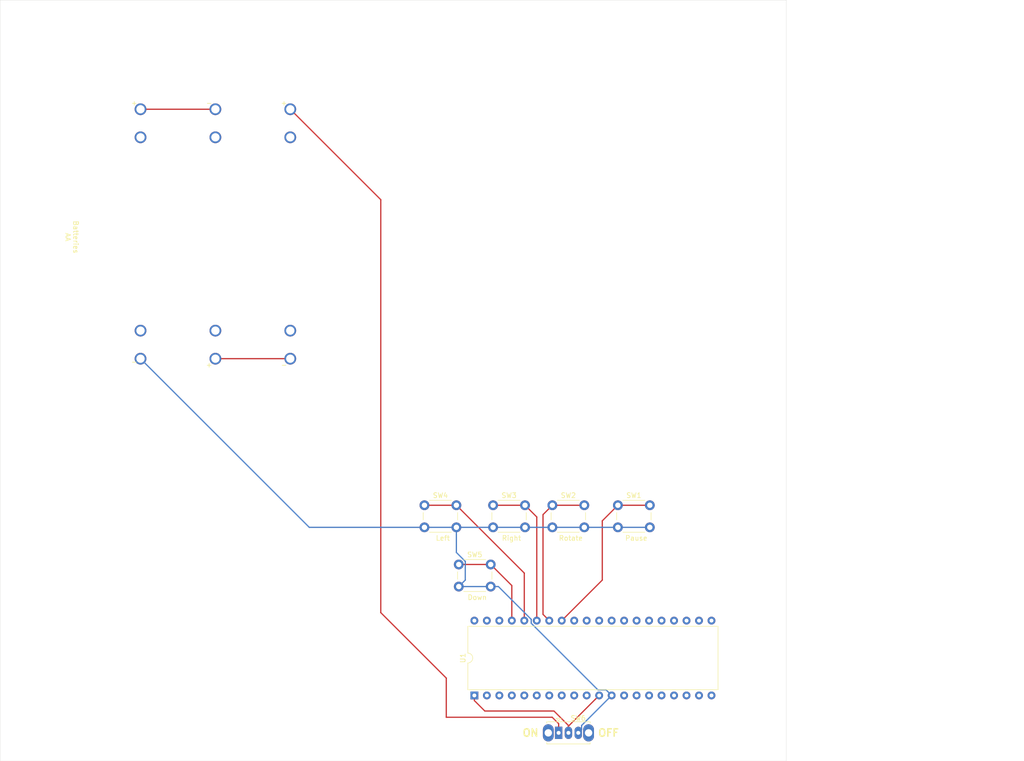
<source format=kicad_pcb>
(kicad_pcb (version 20171130) (host pcbnew 5.1.2-f72e74a~84~ubuntu18.04.1)

  (general
    (thickness 1.6)
    (drawings 24)
    (tracks 76)
    (zones 0)
    (modules 7)
    (nets 41)
  )

  (page A4)
  (layers
    (0 F.Cu signal)
    (31 B.Cu signal)
    (32 B.Adhes user)
    (33 F.Adhes user)
    (34 B.Paste user)
    (35 F.Paste user)
    (36 B.SilkS user)
    (37 F.SilkS user)
    (38 B.Mask user)
    (39 F.Mask user)
    (40 Dwgs.User user)
    (41 Cmts.User user)
    (42 Eco1.User user)
    (43 Eco2.User user)
    (44 Edge.Cuts user)
    (45 Margin user)
    (46 B.CrtYd user)
    (47 F.CrtYd user)
    (48 B.Fab user)
    (49 F.Fab user)
  )

  (setup
    (last_trace_width 0.25)
    (trace_clearance 0.2)
    (zone_clearance 0.508)
    (zone_45_only no)
    (trace_min 0.2)
    (via_size 0.8)
    (via_drill 0.4)
    (via_min_size 0.4)
    (via_min_drill 0.3)
    (uvia_size 0.3)
    (uvia_drill 0.1)
    (uvias_allowed no)
    (uvia_min_size 0.2)
    (uvia_min_drill 0.1)
    (edge_width 0.05)
    (segment_width 0.2)
    (pcb_text_width 0.3)
    (pcb_text_size 1.5 1.5)
    (mod_edge_width 0.12)
    (mod_text_size 1 1)
    (mod_text_width 0.15)
    (pad_size 1.524 1.524)
    (pad_drill 0.762)
    (pad_to_mask_clearance 0.051)
    (solder_mask_min_width 0.25)
    (aux_axis_origin 0 0)
    (grid_origin 66.675 74.295)
    (visible_elements FFFFFF7F)
    (pcbplotparams
      (layerselection 0x010fc_ffffffff)
      (usegerberextensions false)
      (usegerberattributes false)
      (usegerberadvancedattributes false)
      (creategerberjobfile false)
      (excludeedgelayer true)
      (linewidth 0.100000)
      (plotframeref false)
      (viasonmask false)
      (mode 1)
      (useauxorigin false)
      (hpglpennumber 1)
      (hpglpenspeed 20)
      (hpglpendiameter 15.000000)
      (psnegative false)
      (psa4output false)
      (plotreference true)
      (plotvalue true)
      (plotinvisibletext false)
      (padsonsilk false)
      (subtractmaskfromsilk false)
      (outputformat 1)
      (mirror false)
      (drillshape 1)
      (scaleselection 1)
      (outputdirectory ""))
  )

  (net 0 "")
  (net 1 "Net-(SW1-Pad1)")
  (net 2 "Net-(SW2-Pad1)")
  (net 3 "Net-(SW3-Pad1)")
  (net 4 "Net-(SW4-Pad1)")
  (net 5 "Net-(SW5-Pad1)")
  (net 6 GND)
  (net 7 "Net-(SW6-Pad2)")
  (net 8 VCC)
  (net 9 "Net-(U1-Pad40)")
  (net 10 /nRST)
  (net 11 "Net-(U1-Pad39)")
  (net 12 /E)
  (net 13 "Net-(U1-Pad38)")
  (net 14 /RnW)
  (net 15 /DnI)
  (net 16 /nCS1)
  (net 17 /nCS2)
  (net 18 /DB6)
  (net 19 /DB7)
  (net 20 "Net-(U1-Pad32)")
  (net 21 "Net-(U1-Pad31)")
  (net 22 "Net-(U1-Pad30)")
  (net 23 "Net-(U1-Pad10)")
  (net 24 "Net-(U1-Pad29)")
  (net 25 "Net-(U1-Pad9)")
  (net 26 "Net-(U1-Pad28)")
  (net 27 "Net-(U1-Pad8)")
  (net 28 "Net-(U1-Pad27)")
  (net 29 /DB5)
  (net 30 "Net-(U1-Pad26)")
  (net 31 /DB4)
  (net 32 "Net-(U1-Pad25)")
  (net 33 /DB3)
  (net 34 "Net-(U1-Pad24)")
  (net 35 /DB2)
  (net 36 "Net-(U1-Pad23)")
  (net 37 /DB1)
  (net 38 "Net-(U1-Pad22)")
  (net 39 /DB0)
  (net 40 "Net-(U1-Pad21)")

  (net_class Default "This is the default net class."
    (clearance 0.2)
    (trace_width 0.25)
    (via_dia 0.8)
    (via_drill 0.4)
    (uvia_dia 0.3)
    (uvia_drill 0.1)
    (add_net /DB0)
    (add_net /DB1)
    (add_net /DB2)
    (add_net /DB3)
    (add_net /DB4)
    (add_net /DB5)
    (add_net /DB6)
    (add_net /DB7)
    (add_net /DnI)
    (add_net /E)
    (add_net /RnW)
    (add_net /nCS1)
    (add_net /nCS2)
    (add_net /nRST)
    (add_net GND)
    (add_net "Net-(SW1-Pad1)")
    (add_net "Net-(SW2-Pad1)")
    (add_net "Net-(SW3-Pad1)")
    (add_net "Net-(SW4-Pad1)")
    (add_net "Net-(SW5-Pad1)")
    (add_net "Net-(SW6-Pad2)")
    (add_net "Net-(U1-Pad10)")
    (add_net "Net-(U1-Pad21)")
    (add_net "Net-(U1-Pad22)")
    (add_net "Net-(U1-Pad23)")
    (add_net "Net-(U1-Pad24)")
    (add_net "Net-(U1-Pad25)")
    (add_net "Net-(U1-Pad26)")
    (add_net "Net-(U1-Pad27)")
    (add_net "Net-(U1-Pad28)")
    (add_net "Net-(U1-Pad29)")
    (add_net "Net-(U1-Pad30)")
    (add_net "Net-(U1-Pad31)")
    (add_net "Net-(U1-Pad32)")
    (add_net "Net-(U1-Pad38)")
    (add_net "Net-(U1-Pad39)")
    (add_net "Net-(U1-Pad40)")
    (add_net "Net-(U1-Pad8)")
    (add_net "Net-(U1-Pad9)")
    (add_net VCC)
  )

  (module Package_DIP:DIP-40_W15.24mm (layer F.Cu) (tedit 5A02E8C5) (tstamp 5CD5315D)
    (at 116.84 167.005 90)
    (descr "40-lead though-hole mounted DIP package, row spacing 15.24 mm (600 mils)")
    (tags "THT DIP DIL PDIP 2.54mm 15.24mm 600mil")
    (path /5CCC1C25)
    (fp_text reference U1 (at 7.62 -2.33 90) (layer F.SilkS)
      (effects (font (size 1 1) (thickness 0.15)))
    )
    (fp_text value PIC16F884 (at 7.62 50.59 90) (layer F.Fab)
      (effects (font (size 1 1) (thickness 0.15)))
    )
    (fp_text user %R (at 7.62 24.13 90) (layer F.Fab)
      (effects (font (size 1 1) (thickness 0.15)))
    )
    (fp_line (start 16.3 -1.55) (end -1.05 -1.55) (layer F.CrtYd) (width 0.05))
    (fp_line (start 16.3 49.8) (end 16.3 -1.55) (layer F.CrtYd) (width 0.05))
    (fp_line (start -1.05 49.8) (end 16.3 49.8) (layer F.CrtYd) (width 0.05))
    (fp_line (start -1.05 -1.55) (end -1.05 49.8) (layer F.CrtYd) (width 0.05))
    (fp_line (start 14.08 -1.33) (end 8.62 -1.33) (layer F.SilkS) (width 0.12))
    (fp_line (start 14.08 49.59) (end 14.08 -1.33) (layer F.SilkS) (width 0.12))
    (fp_line (start 1.16 49.59) (end 14.08 49.59) (layer F.SilkS) (width 0.12))
    (fp_line (start 1.16 -1.33) (end 1.16 49.59) (layer F.SilkS) (width 0.12))
    (fp_line (start 6.62 -1.33) (end 1.16 -1.33) (layer F.SilkS) (width 0.12))
    (fp_line (start 0.255 -0.27) (end 1.255 -1.27) (layer F.Fab) (width 0.1))
    (fp_line (start 0.255 49.53) (end 0.255 -0.27) (layer F.Fab) (width 0.1))
    (fp_line (start 14.985 49.53) (end 0.255 49.53) (layer F.Fab) (width 0.1))
    (fp_line (start 14.985 -1.27) (end 14.985 49.53) (layer F.Fab) (width 0.1))
    (fp_line (start 1.255 -1.27) (end 14.985 -1.27) (layer F.Fab) (width 0.1))
    (fp_arc (start 7.62 -1.33) (end 6.62 -1.33) (angle -180) (layer F.SilkS) (width 0.12))
    (pad 40 thru_hole oval (at 15.24 0 90) (size 1.6 1.6) (drill 0.8) (layers *.Cu *.Mask)
      (net 9 "Net-(U1-Pad40)"))
    (pad 20 thru_hole oval (at 0 48.26 90) (size 1.6 1.6) (drill 0.8) (layers *.Cu *.Mask)
      (net 10 /nRST))
    (pad 39 thru_hole oval (at 15.24 2.54 90) (size 1.6 1.6) (drill 0.8) (layers *.Cu *.Mask)
      (net 11 "Net-(U1-Pad39)"))
    (pad 19 thru_hole oval (at 0 45.72 90) (size 1.6 1.6) (drill 0.8) (layers *.Cu *.Mask)
      (net 12 /E))
    (pad 38 thru_hole oval (at 15.24 5.08 90) (size 1.6 1.6) (drill 0.8) (layers *.Cu *.Mask)
      (net 13 "Net-(U1-Pad38)"))
    (pad 18 thru_hole oval (at 0 43.18 90) (size 1.6 1.6) (drill 0.8) (layers *.Cu *.Mask)
      (net 14 /RnW))
    (pad 37 thru_hole oval (at 15.24 7.62 90) (size 1.6 1.6) (drill 0.8) (layers *.Cu *.Mask)
      (net 5 "Net-(SW5-Pad1)"))
    (pad 17 thru_hole oval (at 0 40.64 90) (size 1.6 1.6) (drill 0.8) (layers *.Cu *.Mask)
      (net 15 /DnI))
    (pad 36 thru_hole oval (at 15.24 10.16 90) (size 1.6 1.6) (drill 0.8) (layers *.Cu *.Mask)
      (net 4 "Net-(SW4-Pad1)"))
    (pad 16 thru_hole oval (at 0 38.1 90) (size 1.6 1.6) (drill 0.8) (layers *.Cu *.Mask)
      (net 16 /nCS1))
    (pad 35 thru_hole oval (at 15.24 12.7 90) (size 1.6 1.6) (drill 0.8) (layers *.Cu *.Mask)
      (net 3 "Net-(SW3-Pad1)"))
    (pad 15 thru_hole oval (at 0 35.56 90) (size 1.6 1.6) (drill 0.8) (layers *.Cu *.Mask)
      (net 17 /nCS2))
    (pad 34 thru_hole oval (at 15.24 15.24 90) (size 1.6 1.6) (drill 0.8) (layers *.Cu *.Mask)
      (net 2 "Net-(SW2-Pad1)"))
    (pad 14 thru_hole oval (at 0 33.02 90) (size 1.6 1.6) (drill 0.8) (layers *.Cu *.Mask)
      (net 18 /DB6))
    (pad 33 thru_hole oval (at 15.24 17.78 90) (size 1.6 1.6) (drill 0.8) (layers *.Cu *.Mask)
      (net 1 "Net-(SW1-Pad1)"))
    (pad 13 thru_hole oval (at 0 30.48 90) (size 1.6 1.6) (drill 0.8) (layers *.Cu *.Mask)
      (net 19 /DB7))
    (pad 32 thru_hole oval (at 15.24 20.32 90) (size 1.6 1.6) (drill 0.8) (layers *.Cu *.Mask)
      (net 20 "Net-(U1-Pad32)"))
    (pad 12 thru_hole oval (at 0 27.94 90) (size 1.6 1.6) (drill 0.8) (layers *.Cu *.Mask)
      (net 6 GND))
    (pad 31 thru_hole oval (at 15.24 22.86 90) (size 1.6 1.6) (drill 0.8) (layers *.Cu *.Mask)
      (net 21 "Net-(U1-Pad31)"))
    (pad 11 thru_hole oval (at 0 25.4 90) (size 1.6 1.6) (drill 0.8) (layers *.Cu *.Mask)
      (net 7 "Net-(SW6-Pad2)"))
    (pad 30 thru_hole oval (at 15.24 25.4 90) (size 1.6 1.6) (drill 0.8) (layers *.Cu *.Mask)
      (net 22 "Net-(U1-Pad30)"))
    (pad 10 thru_hole oval (at 0 22.86 90) (size 1.6 1.6) (drill 0.8) (layers *.Cu *.Mask)
      (net 23 "Net-(U1-Pad10)"))
    (pad 29 thru_hole oval (at 15.24 27.94 90) (size 1.6 1.6) (drill 0.8) (layers *.Cu *.Mask)
      (net 24 "Net-(U1-Pad29)"))
    (pad 9 thru_hole oval (at 0 20.32 90) (size 1.6 1.6) (drill 0.8) (layers *.Cu *.Mask)
      (net 25 "Net-(U1-Pad9)"))
    (pad 28 thru_hole oval (at 15.24 30.48 90) (size 1.6 1.6) (drill 0.8) (layers *.Cu *.Mask)
      (net 26 "Net-(U1-Pad28)"))
    (pad 8 thru_hole oval (at 0 17.78 90) (size 1.6 1.6) (drill 0.8) (layers *.Cu *.Mask)
      (net 27 "Net-(U1-Pad8)"))
    (pad 27 thru_hole oval (at 15.24 33.02 90) (size 1.6 1.6) (drill 0.8) (layers *.Cu *.Mask)
      (net 28 "Net-(U1-Pad27)"))
    (pad 7 thru_hole oval (at 0 15.24 90) (size 1.6 1.6) (drill 0.8) (layers *.Cu *.Mask)
      (net 29 /DB5))
    (pad 26 thru_hole oval (at 15.24 35.56 90) (size 1.6 1.6) (drill 0.8) (layers *.Cu *.Mask)
      (net 30 "Net-(U1-Pad26)"))
    (pad 6 thru_hole oval (at 0 12.7 90) (size 1.6 1.6) (drill 0.8) (layers *.Cu *.Mask)
      (net 31 /DB4))
    (pad 25 thru_hole oval (at 15.24 38.1 90) (size 1.6 1.6) (drill 0.8) (layers *.Cu *.Mask)
      (net 32 "Net-(U1-Pad25)"))
    (pad 5 thru_hole oval (at 0 10.16 90) (size 1.6 1.6) (drill 0.8) (layers *.Cu *.Mask)
      (net 33 /DB3))
    (pad 24 thru_hole oval (at 15.24 40.64 90) (size 1.6 1.6) (drill 0.8) (layers *.Cu *.Mask)
      (net 34 "Net-(U1-Pad24)"))
    (pad 4 thru_hole oval (at 0 7.62 90) (size 1.6 1.6) (drill 0.8) (layers *.Cu *.Mask)
      (net 35 /DB2))
    (pad 23 thru_hole oval (at 15.24 43.18 90) (size 1.6 1.6) (drill 0.8) (layers *.Cu *.Mask)
      (net 36 "Net-(U1-Pad23)"))
    (pad 3 thru_hole oval (at 0 5.08 90) (size 1.6 1.6) (drill 0.8) (layers *.Cu *.Mask)
      (net 37 /DB1))
    (pad 22 thru_hole oval (at 15.24 45.72 90) (size 1.6 1.6) (drill 0.8) (layers *.Cu *.Mask)
      (net 38 "Net-(U1-Pad22)"))
    (pad 2 thru_hole oval (at 0 2.54 90) (size 1.6 1.6) (drill 0.8) (layers *.Cu *.Mask)
      (net 39 /DB0))
    (pad 21 thru_hole oval (at 15.24 48.26 90) (size 1.6 1.6) (drill 0.8) (layers *.Cu *.Mask)
      (net 40 "Net-(U1-Pad21)"))
    (pad 1 thru_hole rect (at 0 0 90) (size 1.6 1.6) (drill 0.8) (layers *.Cu *.Mask)
      (net 7 "Net-(SW6-Pad2)"))
    (model ${KISYS3DMOD}/Package_DIP.3dshapes/DIP-40_W15.24mm.wrl
      (at (xyz 0 0 0))
      (scale (xyz 1 1 1))
      (rotate (xyz 0 0 0))
    )
  )

  (module Button_Switch_THT:SW_Slide_1P2T_CK_OS102011MS2Q (layer F.Cu) (tedit 5C5044D5) (tstamp 5CD53121)
    (at 133.985 174.625)
    (descr "CuK miniature slide switch, OS series, SPDT, https://www.ckswitches.com/media/1428/os.pdf")
    (tags "switch SPDT")
    (path /5CDEE1B6)
    (fp_text reference SW6 (at 3.99 -2.99) (layer F.SilkS)
      (effects (font (size 1 1) (thickness 0.15)))
    )
    (fp_text value Power_sw (at 2 3) (layer F.Fab)
      (effects (font (size 1 1) (thickness 0.15)))
    )
    (fp_line (start 0.5 -2.96) (end -0.5 -2.96) (layer F.SilkS) (width 0.12))
    (fp_line (start 0 -2.46) (end 0.5 -2.96) (layer F.SilkS) (width 0.12))
    (fp_line (start -0.5 -2.96) (end 0 -2.46) (layer F.SilkS) (width 0.12))
    (fp_line (start 0 -1.65) (end 0.5 -2.15) (layer F.Fab) (width 0.1))
    (fp_line (start -0.5 -2.15) (end 0 -1.65) (layer F.Fab) (width 0.1))
    (fp_line (start -3.45 2.4) (end -3.45 -2.4) (layer B.CrtYd) (width 0.05))
    (fp_line (start 7.45 2.4) (end -3.45 2.4) (layer B.CrtYd) (width 0.05))
    (fp_line (start 7.45 -2.4) (end 7.45 2.4) (layer B.CrtYd) (width 0.05))
    (fp_line (start -3.45 -2.4) (end 7.45 -2.4) (layer B.CrtYd) (width 0.05))
    (fp_text user %R (at 3.99 -2.99) (layer F.Fab)
      (effects (font (size 1 1) (thickness 0.15)))
    )
    (fp_line (start 6.41 2.26) (end 6.41 1.95) (layer F.SilkS) (width 0.12))
    (fp_line (start -2.41 2.26) (end -2.41 1.95) (layer F.SilkS) (width 0.12))
    (fp_line (start -2.41 -1.95) (end -2.41 -2.26) (layer F.SilkS) (width 0.12))
    (fp_line (start 6.41 2.26) (end -2.41 2.26) (layer F.SilkS) (width 0.12))
    (fp_line (start 6.41 -2.26) (end 6.41 -1.95) (layer F.SilkS) (width 0.12))
    (fp_line (start -2.41 -2.26) (end 6.41 -2.26) (layer F.SilkS) (width 0.12))
    (fp_line (start -2.3 -2.15) (end -0.5 -2.15) (layer F.Fab) (width 0.1))
    (fp_line (start 2 -1) (end 2 1) (layer F.Fab) (width 0.1))
    (fp_line (start 1.34 -1) (end 1.34 1) (layer F.Fab) (width 0.1))
    (fp_line (start 0.66 -1) (end 0.66 1) (layer F.Fab) (width 0.1))
    (fp_line (start 0 -1) (end 0 1) (layer F.Fab) (width 0.1))
    (fp_line (start 0 1) (end 4 1) (layer F.Fab) (width 0.1))
    (fp_line (start 4 -1) (end 4 1) (layer F.Fab) (width 0.1))
    (fp_line (start 0 -1) (end 4 -1) (layer F.Fab) (width 0.1))
    (fp_line (start -2.3 2.15) (end -2.3 -2.15) (layer F.Fab) (width 0.1))
    (fp_line (start 6.3 2.15) (end -2.3 2.15) (layer F.Fab) (width 0.1))
    (fp_line (start 6.3 -2.15) (end 6.3 2.15) (layer F.Fab) (width 0.1))
    (fp_line (start 0.5 -2.15) (end 6.3 -2.15) (layer F.Fab) (width 0.1))
    (pad "" thru_hole oval (at 6.1 0) (size 2.2 3.5) (drill 1.5) (layers *.Cu *.Mask))
    (pad "" thru_hole oval (at -2.1 0) (size 2.2 3.5) (drill 1.5) (layers *.Cu *.Mask))
    (pad 3 thru_hole oval (at 4 0) (size 1.5 2.5) (drill 0.8) (layers *.Cu *.Mask)
      (net 6 GND))
    (pad 2 thru_hole oval (at 2 0) (size 1.5 2.5) (drill 0.8) (layers *.Cu *.Mask)
      (net 7 "Net-(SW6-Pad2)"))
    (pad 1 thru_hole rect (at 0 0) (size 1.5 2.5) (drill 0.8) (layers *.Cu *.Mask)
      (net 8 VCC))
    (model ${KISYS3DMOD}/Button_Switch_THT.3dshapes/SW_Slide_1P2T_CK_OS102011MS2Q.wrl
      (at (xyz 0 0 0))
      (scale (xyz 1 1 1))
      (rotate (xyz 0 0 0))
    )
  )

  (module Button_Switch_THT:SW_PUSH_6mm (layer F.Cu) (tedit 5A02FE31) (tstamp 5CD530FC)
    (at 113.665 140.335)
    (descr https://www.omron.com/ecb/products/pdf/en-b3f.pdf)
    (tags "tact sw push 6mm")
    (path /5CDF245B)
    (fp_text reference SW5 (at 3.25 -2) (layer F.SilkS)
      (effects (font (size 1 1) (thickness 0.15)))
    )
    (fp_text value Down (at 3.75 6.7) (layer F.SilkS)
      (effects (font (size 1 1) (thickness 0.15)))
    )
    (fp_circle (center 3.25 2.25) (end 1.25 2.5) (layer F.Fab) (width 0.1))
    (fp_line (start 6.75 3) (end 6.75 1.5) (layer F.SilkS) (width 0.12))
    (fp_line (start 5.5 -1) (end 1 -1) (layer F.SilkS) (width 0.12))
    (fp_line (start -0.25 1.5) (end -0.25 3) (layer F.SilkS) (width 0.12))
    (fp_line (start 1 5.5) (end 5.5 5.5) (layer F.SilkS) (width 0.12))
    (fp_line (start 8 -1.25) (end 8 5.75) (layer F.CrtYd) (width 0.05))
    (fp_line (start 7.75 6) (end -1.25 6) (layer F.CrtYd) (width 0.05))
    (fp_line (start -1.5 5.75) (end -1.5 -1.25) (layer F.CrtYd) (width 0.05))
    (fp_line (start -1.25 -1.5) (end 7.75 -1.5) (layer F.CrtYd) (width 0.05))
    (fp_line (start -1.5 6) (end -1.25 6) (layer F.CrtYd) (width 0.05))
    (fp_line (start -1.5 5.75) (end -1.5 6) (layer F.CrtYd) (width 0.05))
    (fp_line (start -1.5 -1.5) (end -1.25 -1.5) (layer F.CrtYd) (width 0.05))
    (fp_line (start -1.5 -1.25) (end -1.5 -1.5) (layer F.CrtYd) (width 0.05))
    (fp_line (start 8 -1.5) (end 8 -1.25) (layer F.CrtYd) (width 0.05))
    (fp_line (start 7.75 -1.5) (end 8 -1.5) (layer F.CrtYd) (width 0.05))
    (fp_line (start 8 6) (end 8 5.75) (layer F.CrtYd) (width 0.05))
    (fp_line (start 7.75 6) (end 8 6) (layer F.CrtYd) (width 0.05))
    (fp_line (start 0.25 -0.75) (end 3.25 -0.75) (layer F.Fab) (width 0.1))
    (fp_line (start 0.25 5.25) (end 0.25 -0.75) (layer F.Fab) (width 0.1))
    (fp_line (start 6.25 5.25) (end 0.25 5.25) (layer F.Fab) (width 0.1))
    (fp_line (start 6.25 -0.75) (end 6.25 5.25) (layer F.Fab) (width 0.1))
    (fp_line (start 3.25 -0.75) (end 6.25 -0.75) (layer F.Fab) (width 0.1))
    (fp_text user %R (at 3.25 2.25) (layer F.Fab)
      (effects (font (size 1 1) (thickness 0.15)))
    )
    (pad 1 thru_hole circle (at 6.5 0 90) (size 2 2) (drill 1.1) (layers *.Cu *.Mask)
      (net 5 "Net-(SW5-Pad1)"))
    (pad 2 thru_hole circle (at 6.5 4.5 90) (size 2 2) (drill 1.1) (layers *.Cu *.Mask)
      (net 6 GND))
    (pad 1 thru_hole circle (at 0 0 90) (size 2 2) (drill 1.1) (layers *.Cu *.Mask)
      (net 5 "Net-(SW5-Pad1)"))
    (pad 2 thru_hole circle (at 0 4.5 90) (size 2 2) (drill 1.1) (layers *.Cu *.Mask)
      (net 6 GND))
    (model ${KISYS3DMOD}/Button_Switch_THT.3dshapes/SW_PUSH_6mm.wrl
      (at (xyz 0 0 0))
      (scale (xyz 1 1 1))
      (rotate (xyz 0 0 0))
    )
  )

  (module Button_Switch_THT:SW_PUSH_6mm (layer F.Cu) (tedit 5A02FE31) (tstamp 5CD5410D)
    (at 106.68 128.27)
    (descr https://www.omron.com/ecb/products/pdf/en-b3f.pdf)
    (tags "tact sw push 6mm")
    (path /5CDF91D7)
    (fp_text reference SW4 (at 3.25 -2) (layer F.SilkS)
      (effects (font (size 1 1) (thickness 0.15)))
    )
    (fp_text value Left (at 3.75 6.7) (layer F.SilkS)
      (effects (font (size 1 1) (thickness 0.15)))
    )
    (fp_circle (center 3.25 2.25) (end 1.25 2.5) (layer F.Fab) (width 0.1))
    (fp_line (start 6.75 3) (end 6.75 1.5) (layer F.SilkS) (width 0.12))
    (fp_line (start 5.5 -1) (end 1 -1) (layer F.SilkS) (width 0.12))
    (fp_line (start -0.25 1.5) (end -0.25 3) (layer F.SilkS) (width 0.12))
    (fp_line (start 1 5.5) (end 5.5 5.5) (layer F.SilkS) (width 0.12))
    (fp_line (start 8 -1.25) (end 8 5.75) (layer F.CrtYd) (width 0.05))
    (fp_line (start 7.75 6) (end -1.25 6) (layer F.CrtYd) (width 0.05))
    (fp_line (start -1.5 5.75) (end -1.5 -1.25) (layer F.CrtYd) (width 0.05))
    (fp_line (start -1.25 -1.5) (end 7.75 -1.5) (layer F.CrtYd) (width 0.05))
    (fp_line (start -1.5 6) (end -1.25 6) (layer F.CrtYd) (width 0.05))
    (fp_line (start -1.5 5.75) (end -1.5 6) (layer F.CrtYd) (width 0.05))
    (fp_line (start -1.5 -1.5) (end -1.25 -1.5) (layer F.CrtYd) (width 0.05))
    (fp_line (start -1.5 -1.25) (end -1.5 -1.5) (layer F.CrtYd) (width 0.05))
    (fp_line (start 8 -1.5) (end 8 -1.25) (layer F.CrtYd) (width 0.05))
    (fp_line (start 7.75 -1.5) (end 8 -1.5) (layer F.CrtYd) (width 0.05))
    (fp_line (start 8 6) (end 8 5.75) (layer F.CrtYd) (width 0.05))
    (fp_line (start 7.75 6) (end 8 6) (layer F.CrtYd) (width 0.05))
    (fp_line (start 0.25 -0.75) (end 3.25 -0.75) (layer F.Fab) (width 0.1))
    (fp_line (start 0.25 5.25) (end 0.25 -0.75) (layer F.Fab) (width 0.1))
    (fp_line (start 6.25 5.25) (end 0.25 5.25) (layer F.Fab) (width 0.1))
    (fp_line (start 6.25 -0.75) (end 6.25 5.25) (layer F.Fab) (width 0.1))
    (fp_line (start 3.25 -0.75) (end 6.25 -0.75) (layer F.Fab) (width 0.1))
    (fp_text user %R (at 3.25 2.25) (layer F.Fab)
      (effects (font (size 1 1) (thickness 0.15)))
    )
    (pad 1 thru_hole circle (at 6.5 0 90) (size 2 2) (drill 1.1) (layers *.Cu *.Mask)
      (net 4 "Net-(SW4-Pad1)"))
    (pad 2 thru_hole circle (at 6.5 4.5 90) (size 2 2) (drill 1.1) (layers *.Cu *.Mask)
      (net 6 GND))
    (pad 1 thru_hole circle (at 0 0 90) (size 2 2) (drill 1.1) (layers *.Cu *.Mask)
      (net 4 "Net-(SW4-Pad1)"))
    (pad 2 thru_hole circle (at 0 4.5 90) (size 2 2) (drill 1.1) (layers *.Cu *.Mask)
      (net 6 GND))
    (model ${KISYS3DMOD}/Button_Switch_THT.3dshapes/SW_PUSH_6mm.wrl
      (at (xyz 0 0 0))
      (scale (xyz 1 1 1))
      (rotate (xyz 0 0 0))
    )
  )

  (module Button_Switch_THT:SW_PUSH_6mm (layer F.Cu) (tedit 5A02FE31) (tstamp 5CD530BE)
    (at 120.65 128.27)
    (descr https://www.omron.com/ecb/products/pdf/en-b3f.pdf)
    (tags "tact sw push 6mm")
    (path /5CDF714F)
    (fp_text reference SW3 (at 3.25 -2) (layer F.SilkS)
      (effects (font (size 1 1) (thickness 0.15)))
    )
    (fp_text value Right (at 3.75 6.7) (layer F.SilkS)
      (effects (font (size 1 1) (thickness 0.15)))
    )
    (fp_circle (center 3.25 2.25) (end 1.25 2.5) (layer F.Fab) (width 0.1))
    (fp_line (start 6.75 3) (end 6.75 1.5) (layer F.SilkS) (width 0.12))
    (fp_line (start 5.5 -1) (end 1 -1) (layer F.SilkS) (width 0.12))
    (fp_line (start -0.25 1.5) (end -0.25 3) (layer F.SilkS) (width 0.12))
    (fp_line (start 1 5.5) (end 5.5 5.5) (layer F.SilkS) (width 0.12))
    (fp_line (start 8 -1.25) (end 8 5.75) (layer F.CrtYd) (width 0.05))
    (fp_line (start 7.75 6) (end -1.25 6) (layer F.CrtYd) (width 0.05))
    (fp_line (start -1.5 5.75) (end -1.5 -1.25) (layer F.CrtYd) (width 0.05))
    (fp_line (start -1.25 -1.5) (end 7.75 -1.5) (layer F.CrtYd) (width 0.05))
    (fp_line (start -1.5 6) (end -1.25 6) (layer F.CrtYd) (width 0.05))
    (fp_line (start -1.5 5.75) (end -1.5 6) (layer F.CrtYd) (width 0.05))
    (fp_line (start -1.5 -1.5) (end -1.25 -1.5) (layer F.CrtYd) (width 0.05))
    (fp_line (start -1.5 -1.25) (end -1.5 -1.5) (layer F.CrtYd) (width 0.05))
    (fp_line (start 8 -1.5) (end 8 -1.25) (layer F.CrtYd) (width 0.05))
    (fp_line (start 7.75 -1.5) (end 8 -1.5) (layer F.CrtYd) (width 0.05))
    (fp_line (start 8 6) (end 8 5.75) (layer F.CrtYd) (width 0.05))
    (fp_line (start 7.75 6) (end 8 6) (layer F.CrtYd) (width 0.05))
    (fp_line (start 0.25 -0.75) (end 3.25 -0.75) (layer F.Fab) (width 0.1))
    (fp_line (start 0.25 5.25) (end 0.25 -0.75) (layer F.Fab) (width 0.1))
    (fp_line (start 6.25 5.25) (end 0.25 5.25) (layer F.Fab) (width 0.1))
    (fp_line (start 6.25 -0.75) (end 6.25 5.25) (layer F.Fab) (width 0.1))
    (fp_line (start 3.25 -0.75) (end 6.25 -0.75) (layer F.Fab) (width 0.1))
    (fp_text user %R (at 3.25 2.25) (layer F.Fab)
      (effects (font (size 1 1) (thickness 0.15)))
    )
    (pad 1 thru_hole circle (at 6.5 0 90) (size 2 2) (drill 1.1) (layers *.Cu *.Mask)
      (net 3 "Net-(SW3-Pad1)"))
    (pad 2 thru_hole circle (at 6.5 4.5 90) (size 2 2) (drill 1.1) (layers *.Cu *.Mask)
      (net 6 GND))
    (pad 1 thru_hole circle (at 0 0 90) (size 2 2) (drill 1.1) (layers *.Cu *.Mask)
      (net 3 "Net-(SW3-Pad1)"))
    (pad 2 thru_hole circle (at 0 4.5 90) (size 2 2) (drill 1.1) (layers *.Cu *.Mask)
      (net 6 GND))
    (model ${KISYS3DMOD}/Button_Switch_THT.3dshapes/SW_PUSH_6mm.wrl
      (at (xyz 0 0 0))
      (scale (xyz 1 1 1))
      (rotate (xyz 0 0 0))
    )
  )

  (module Button_Switch_THT:SW_PUSH_6mm (layer F.Cu) (tedit 5A02FE31) (tstamp 5CD5309F)
    (at 132.715 128.27)
    (descr https://www.omron.com/ecb/products/pdf/en-b3f.pdf)
    (tags "tact sw push 6mm")
    (path /5CDF2BCA)
    (fp_text reference SW2 (at 3.25 -2) (layer F.SilkS)
      (effects (font (size 1 1) (thickness 0.15)))
    )
    (fp_text value Rotate (at 3.75 6.7) (layer F.SilkS)
      (effects (font (size 1 1) (thickness 0.15)))
    )
    (fp_circle (center 3.25 2.25) (end 1.25 2.5) (layer F.Fab) (width 0.1))
    (fp_line (start 6.75 3) (end 6.75 1.5) (layer F.SilkS) (width 0.12))
    (fp_line (start 5.5 -1) (end 1 -1) (layer F.SilkS) (width 0.12))
    (fp_line (start -0.25 1.5) (end -0.25 3) (layer F.SilkS) (width 0.12))
    (fp_line (start 1 5.5) (end 5.5 5.5) (layer F.SilkS) (width 0.12))
    (fp_line (start 8 -1.25) (end 8 5.75) (layer F.CrtYd) (width 0.05))
    (fp_line (start 7.75 6) (end -1.25 6) (layer F.CrtYd) (width 0.05))
    (fp_line (start -1.5 5.75) (end -1.5 -1.25) (layer F.CrtYd) (width 0.05))
    (fp_line (start -1.25 -1.5) (end 7.75 -1.5) (layer F.CrtYd) (width 0.05))
    (fp_line (start -1.5 6) (end -1.25 6) (layer F.CrtYd) (width 0.05))
    (fp_line (start -1.5 5.75) (end -1.5 6) (layer F.CrtYd) (width 0.05))
    (fp_line (start -1.5 -1.5) (end -1.25 -1.5) (layer F.CrtYd) (width 0.05))
    (fp_line (start -1.5 -1.25) (end -1.5 -1.5) (layer F.CrtYd) (width 0.05))
    (fp_line (start 8 -1.5) (end 8 -1.25) (layer F.CrtYd) (width 0.05))
    (fp_line (start 7.75 -1.5) (end 8 -1.5) (layer F.CrtYd) (width 0.05))
    (fp_line (start 8 6) (end 8 5.75) (layer F.CrtYd) (width 0.05))
    (fp_line (start 7.75 6) (end 8 6) (layer F.CrtYd) (width 0.05))
    (fp_line (start 0.25 -0.75) (end 3.25 -0.75) (layer F.Fab) (width 0.1))
    (fp_line (start 0.25 5.25) (end 0.25 -0.75) (layer F.Fab) (width 0.1))
    (fp_line (start 6.25 5.25) (end 0.25 5.25) (layer F.Fab) (width 0.1))
    (fp_line (start 6.25 -0.75) (end 6.25 5.25) (layer F.Fab) (width 0.1))
    (fp_line (start 3.25 -0.75) (end 6.25 -0.75) (layer F.Fab) (width 0.1))
    (fp_text user %R (at 3.25 2.25) (layer F.Fab)
      (effects (font (size 1 1) (thickness 0.15)))
    )
    (pad 1 thru_hole circle (at 6.5 0 90) (size 2 2) (drill 1.1) (layers *.Cu *.Mask)
      (net 2 "Net-(SW2-Pad1)"))
    (pad 2 thru_hole circle (at 6.5 4.5 90) (size 2 2) (drill 1.1) (layers *.Cu *.Mask)
      (net 6 GND))
    (pad 1 thru_hole circle (at 0 0 90) (size 2 2) (drill 1.1) (layers *.Cu *.Mask)
      (net 2 "Net-(SW2-Pad1)"))
    (pad 2 thru_hole circle (at 0 4.5 90) (size 2 2) (drill 1.1) (layers *.Cu *.Mask)
      (net 6 GND))
    (model ${KISYS3DMOD}/Button_Switch_THT.3dshapes/SW_PUSH_6mm.wrl
      (at (xyz 0 0 0))
      (scale (xyz 1 1 1))
      (rotate (xyz 0 0 0))
    )
  )

  (module Button_Switch_THT:SW_PUSH_6mm (layer F.Cu) (tedit 5A02FE31) (tstamp 5CD53080)
    (at 146.05 128.27)
    (descr https://www.omron.com/ecb/products/pdf/en-b3f.pdf)
    (tags "tact sw push 6mm")
    (path /5CDF1379)
    (fp_text reference SW1 (at 3.25 -2) (layer F.SilkS)
      (effects (font (size 1 1) (thickness 0.15)))
    )
    (fp_text value Pause (at 3.75 6.7) (layer F.SilkS)
      (effects (font (size 1 1) (thickness 0.15)))
    )
    (fp_circle (center 3.25 2.25) (end 1.25 2.5) (layer F.Fab) (width 0.1))
    (fp_line (start 6.75 3) (end 6.75 1.5) (layer F.SilkS) (width 0.12))
    (fp_line (start 5.5 -1) (end 1 -1) (layer F.SilkS) (width 0.12))
    (fp_line (start -0.25 1.5) (end -0.25 3) (layer F.SilkS) (width 0.12))
    (fp_line (start 1 5.5) (end 5.5 5.5) (layer F.SilkS) (width 0.12))
    (fp_line (start 8 -1.25) (end 8 5.75) (layer F.CrtYd) (width 0.05))
    (fp_line (start 7.75 6) (end -1.25 6) (layer F.CrtYd) (width 0.05))
    (fp_line (start -1.5 5.75) (end -1.5 -1.25) (layer F.CrtYd) (width 0.05))
    (fp_line (start -1.25 -1.5) (end 7.75 -1.5) (layer F.CrtYd) (width 0.05))
    (fp_line (start -1.5 6) (end -1.25 6) (layer F.CrtYd) (width 0.05))
    (fp_line (start -1.5 5.75) (end -1.5 6) (layer F.CrtYd) (width 0.05))
    (fp_line (start -1.5 -1.5) (end -1.25 -1.5) (layer F.CrtYd) (width 0.05))
    (fp_line (start -1.5 -1.25) (end -1.5 -1.5) (layer F.CrtYd) (width 0.05))
    (fp_line (start 8 -1.5) (end 8 -1.25) (layer F.CrtYd) (width 0.05))
    (fp_line (start 7.75 -1.5) (end 8 -1.5) (layer F.CrtYd) (width 0.05))
    (fp_line (start 8 6) (end 8 5.75) (layer F.CrtYd) (width 0.05))
    (fp_line (start 7.75 6) (end 8 6) (layer F.CrtYd) (width 0.05))
    (fp_line (start 0.25 -0.75) (end 3.25 -0.75) (layer F.Fab) (width 0.1))
    (fp_line (start 0.25 5.25) (end 0.25 -0.75) (layer F.Fab) (width 0.1))
    (fp_line (start 6.25 5.25) (end 0.25 5.25) (layer F.Fab) (width 0.1))
    (fp_line (start 6.25 -0.75) (end 6.25 5.25) (layer F.Fab) (width 0.1))
    (fp_line (start 3.25 -0.75) (end 6.25 -0.75) (layer F.Fab) (width 0.1))
    (fp_text user %R (at 3.25 2.25) (layer F.Fab)
      (effects (font (size 1 1) (thickness 0.15)))
    )
    (pad 1 thru_hole circle (at 6.5 0 90) (size 2 2) (drill 1.1) (layers *.Cu *.Mask)
      (net 1 "Net-(SW1-Pad1)"))
    (pad 2 thru_hole circle (at 6.5 4.5 90) (size 2 2) (drill 1.1) (layers *.Cu *.Mask)
      (net 6 GND))
    (pad 1 thru_hole circle (at 0 0 90) (size 2 2) (drill 1.1) (layers *.Cu *.Mask)
      (net 1 "Net-(SW1-Pad1)"))
    (pad 2 thru_hole circle (at 0 4.5 90) (size 2 2) (drill 1.1) (layers *.Cu *.Mask)
      (net 6 GND))
    (model ${KISYS3DMOD}/Button_Switch_THT.3dshapes/SW_PUSH_6mm.wrl
      (at (xyz 0 0 0))
      (scale (xyz 1 1 1))
      (rotate (xyz 0 0 0))
    )
  )

  (gr_text OFF (at 144.145 174.625) (layer F.SilkS)
    (effects (font (size 1.5 1.5) (thickness 0.3)))
  )
  (gr_text ON (at 128.27 174.625) (layer F.SilkS)
    (effects (font (size 1.5 1.5) (thickness 0.3)))
  )
  (dimension 49.53 (width 0.12) (layer Dwgs.User) (tstamp 5CD54C3D)
    (gr_text "49,530 mm" (at 31.75 73.025 270) (layer Dwgs.User) (tstamp 5CD54C3E)
      (effects (font (size 1 1) (thickness 0.15)))
    )
    (feature1 (pts (xy 84.455 97.79) (xy 32.433579 97.79)))
    (feature2 (pts (xy 84.455 48.26) (xy 32.433579 48.26)))
    (crossbar (pts (xy 33.02 48.26) (xy 33.02 97.79)))
    (arrow1a (pts (xy 33.02 97.79) (xy 32.433579 96.663496)))
    (arrow1b (pts (xy 33.02 97.79) (xy 33.606421 96.663496)))
    (arrow2a (pts (xy 33.02 48.26) (xy 32.433579 49.386504)))
    (arrow2b (pts (xy 33.02 48.26) (xy 33.606421 49.386504)))
  )
  (dimension 15.24 (width 0.12) (layer Dwgs.User) (tstamp 5CD54C76)
    (gr_text "15,240 mm" (at 56.515 38.735) (layer Dwgs.User) (tstamp 5CD54C77)
      (effects (font (size 1 1) (thickness 0.15)))
    )
    (feature1 (pts (xy 64.135 50.165) (xy 64.135 39.418579)))
    (feature2 (pts (xy 48.895 50.165) (xy 48.895 39.418579)))
    (crossbar (pts (xy 48.895 40.005) (xy 64.135 40.005)))
    (arrow1a (pts (xy 64.135 40.005) (xy 63.008496 40.591421)))
    (arrow1b (pts (xy 64.135 40.005) (xy 63.008496 39.418579)))
    (arrow2a (pts (xy 48.895 40.005) (xy 50.021504 40.591421)))
    (arrow2b (pts (xy 48.895 40.005) (xy 50.021504 39.418579)))
  )
  (dimension 15.24 (width 0.12) (layer Dwgs.User) (tstamp 5CD54C70)
    (gr_text "15,240 mm" (at 56.515 109.22) (layer Dwgs.User) (tstamp 5CD54C71)
      (effects (font (size 1 1) (thickness 0.15)))
    )
    (feature1 (pts (xy 48.895 95.885) (xy 48.895 108.536421)))
    (feature2 (pts (xy 64.135 95.885) (xy 64.135 108.536421)))
    (crossbar (pts (xy 64.135 107.95) (xy 48.895 107.95)))
    (arrow1a (pts (xy 48.895 107.95) (xy 50.021504 107.363579)))
    (arrow1b (pts (xy 48.895 107.95) (xy 50.021504 108.536421)))
    (arrow2a (pts (xy 64.135 107.95) (xy 63.008496 107.363579)))
    (arrow2b (pts (xy 64.135 107.95) (xy 63.008496 108.536421)))
  )
  (dimension 15.24 (width 0.12) (layer Dwgs.User) (tstamp 5CD54C61)
    (gr_text "15,240 mm" (at 71.755 38.735) (layer Dwgs.User) (tstamp 5CD54C62)
      (effects (font (size 1 1) (thickness 0.15)))
    )
    (feature1 (pts (xy 79.375 50.165) (xy 79.375 39.418579)))
    (feature2 (pts (xy 64.135 50.165) (xy 64.135 39.418579)))
    (crossbar (pts (xy 64.135 40.005) (xy 79.375 40.005)))
    (arrow1a (pts (xy 79.375 40.005) (xy 78.248496 40.591421)))
    (arrow1b (pts (xy 79.375 40.005) (xy 78.248496 39.418579)))
    (arrow2a (pts (xy 64.135 40.005) (xy 65.261504 40.591421)))
    (arrow2b (pts (xy 64.135 40.005) (xy 65.261504 39.418579)))
  )
  (gr_text - (at 62.865 46.355) (layer F.SilkS) (tstamp 5CD54C51)
    (effects (font (size 1 1) (thickness 0.15)))
  )
  (gr_text + (at 47.625 46.355) (layer F.SilkS) (tstamp 5CD54C4E)
    (effects (font (size 1 1) (thickness 0.15)))
  )
  (gr_text - (at 47.625 99.06) (layer F.SilkS) (tstamp 5CD54C48)
    (effects (font (size 1 1) (thickness 0.15)))
  )
  (dimension 15.24 (width 0.12) (layer Dwgs.User) (tstamp 5CD54C43)
    (gr_text "15,240 mm" (at 71.755 109.22) (layer Dwgs.User) (tstamp 5CD54C44)
      (effects (font (size 1 1) (thickness 0.15)))
    )
    (feature1 (pts (xy 64.135 95.885) (xy 64.135 108.536421)))
    (feature2 (pts (xy 79.375 95.885) (xy 79.375 108.536421)))
    (crossbar (pts (xy 79.375 107.95) (xy 64.135 107.95)))
    (arrow1a (pts (xy 64.135 107.95) (xy 65.261504 107.363579)))
    (arrow1b (pts (xy 64.135 107.95) (xy 65.261504 108.536421)))
    (arrow2a (pts (xy 79.375 107.95) (xy 78.248496 107.363579)))
    (arrow2b (pts (xy 79.375 107.95) (xy 78.248496 108.536421)))
  )
  (dimension 7.62 (width 0.12) (layer Dwgs.User) (tstamp 5CD54C31)
    (gr_text "7,620 mm" (at 83.185 109.22) (layer Dwgs.User) (tstamp 5CD54C32)
      (effects (font (size 1 1) (thickness 0.15)))
    )
    (feature1 (pts (xy 86.995 95.885) (xy 86.995 108.536421)))
    (feature2 (pts (xy 79.375 95.885) (xy 79.375 108.536421)))
    (crossbar (pts (xy 79.375 107.95) (xy 86.995 107.95)))
    (arrow1a (pts (xy 86.995 107.95) (xy 85.868496 108.536421)))
    (arrow1b (pts (xy 86.995 107.95) (xy 85.868496 107.363579)))
    (arrow2a (pts (xy 79.375 107.95) (xy 80.501504 108.536421)))
    (arrow2b (pts (xy 79.375 107.95) (xy 80.501504 107.363579)))
  )
  (gr_text "Batteries\nAA" (at 34.925 73.66 270) (layer F.SilkS) (tstamp 5CD54B89)
    (effects (font (size 1 1) (thickness 0.15)))
  )
  (dimension 7.62 (width 0.12) (layer Dwgs.User) (tstamp 5CD54C2B)
    (gr_text "7,620 mm" (at 83.185 38.735) (layer Dwgs.User) (tstamp 5CD54C2C)
      (effects (font (size 1 1) (thickness 0.15)))
    )
    (feature1 (pts (xy 86.995 50.165) (xy 86.995 39.418579)))
    (feature2 (pts (xy 79.375 50.165) (xy 79.375 39.418579)))
    (crossbar (pts (xy 79.375 40.005) (xy 86.995 40.005)))
    (arrow1a (pts (xy 86.995 40.005) (xy 85.868496 40.591421)))
    (arrow1b (pts (xy 86.995 40.005) (xy 85.868496 39.418579)))
    (arrow2a (pts (xy 79.375 40.005) (xy 80.501504 40.591421)))
    (arrow2b (pts (xy 79.375 40.005) (xy 80.501504 39.418579)))
  )
  (gr_text + (at 78.105 46.355) (layer F.SilkS) (tstamp 5CD54C27)
    (effects (font (size 1 1) (thickness 0.15)))
  )
  (gr_text - (at 78.105 99.695) (layer F.SilkS) (tstamp 5CD54C24)
    (effects (font (size 1 1) (thickness 0.15)))
  )
  (gr_text + (at 62.865 99.695) (layer F.SilkS) (tstamp 5CD54C21)
    (effects (font (size 1 1) (thickness 0.15)))
  )
  (dimension 5.715 (width 0.12) (layer Dwgs.User)
    (gr_text "5,715 mm" (at 45.72 95.5675 270) (layer Dwgs.User)
      (effects (font (size 1 1) (thickness 0.15)))
    )
    (feature1 (pts (xy 78.105 98.425) (xy 46.403579 98.425)))
    (feature2 (pts (xy 78.105 92.71) (xy 46.403579 92.71)))
    (crossbar (pts (xy 46.99 92.71) (xy 46.99 98.425)))
    (arrow1a (pts (xy 46.99 98.425) (xy 46.403579 97.298496)))
    (arrow1b (pts (xy 46.99 98.425) (xy 47.576421 97.298496)))
    (arrow2a (pts (xy 46.99 92.71) (xy 46.403579 93.836504)))
    (arrow2b (pts (xy 46.99 92.71) (xy 47.576421 93.836504)))
  )
  (dimension 5.715 (width 0.12) (layer Dwgs.User)
    (gr_text "5,715 mm" (at 45.72 50.4825 270) (layer Dwgs.User)
      (effects (font (size 1 1) (thickness 0.15)))
    )
    (feature1 (pts (xy 78.105 53.34) (xy 46.403579 53.34)))
    (feature2 (pts (xy 78.105 47.625) (xy 46.403579 47.625)))
    (crossbar (pts (xy 46.99 47.625) (xy 46.99 53.34)))
    (arrow1a (pts (xy 46.99 53.34) (xy 46.403579 52.213496)))
    (arrow1b (pts (xy 46.99 53.34) (xy 47.576421 52.213496)))
    (arrow2a (pts (xy 46.99 47.625) (xy 46.403579 48.751504)))
    (arrow2b (pts (xy 46.99 47.625) (xy 47.576421 48.751504)))
  )
  (gr_line (start 20.32 180.34) (end 20.32 25.4) (layer Edge.Cuts) (width 0.05) (tstamp 5CD53D5F))
  (gr_line (start 180.34 180.34) (end 20.32 180.34) (layer Edge.Cuts) (width 0.05))
  (gr_line (start 180.34 25.4) (end 180.34 180.34) (layer Edge.Cuts) (width 0.05))
  (gr_line (start 20.32 25.4) (end 180.34 25.4) (layer Edge.Cuts) (width 0.05))
  (dimension 69.215 (width 0.12) (layer Dwgs.User)
    (gr_text "69,215 mm" (at 149.5425 27.94) (layer Dwgs.User)
      (effects (font (size 1 1) (thickness 0.15)))
    )
    (feature1 (pts (xy 184.15 109.22) (xy 184.15 28.623579)))
    (feature2 (pts (xy 114.935 109.22) (xy 114.935 28.623579)))
    (crossbar (pts (xy 114.935 29.21) (xy 184.15 29.21)))
    (arrow1a (pts (xy 184.15 29.21) (xy 183.023496 29.796421)))
    (arrow1b (pts (xy 184.15 29.21) (xy 183.023496 28.623579)))
    (arrow2a (pts (xy 114.935 29.21) (xy 116.061504 29.796421)))
    (arrow2b (pts (xy 114.935 29.21) (xy 116.061504 28.623579)))
  )
  (dimension 80.01 (width 0.12) (layer Dwgs.User)
    (gr_text "80,010 mm" (at 227.33 69.215 90) (layer Dwgs.User)
      (effects (font (size 1 1) (thickness 0.15)))
    )
    (feature1 (pts (xy 186.055 29.21) (xy 226.646421 29.21)))
    (feature2 (pts (xy 186.055 109.22) (xy 226.646421 109.22)))
    (crossbar (pts (xy 226.06 109.22) (xy 226.06 29.21)))
    (arrow1a (pts (xy 226.06 29.21) (xy 226.646421 30.336504)))
    (arrow1b (pts (xy 226.06 29.21) (xy 225.473579 30.336504)))
    (arrow2a (pts (xy 226.06 109.22) (xy 226.646421 108.093496)))
    (arrow2b (pts (xy 226.06 109.22) (xy 225.473579 108.093496)))
  )

  (segment (start 64.135 98.425) (end 79.375 98.425) (width 0.25) (layer F.Cu) (net 0))
  (segment (start 48.895 47.625) (end 64.135 47.625) (width 0.25) (layer F.Cu) (net 0))
  (via (at 64.135 53.34) (size 2.4) (drill 1.7) (layers F.Cu B.Cu) (net 0) (tstamp 5CD54C15))
  (via (at 64.135 92.71) (size 2.4) (drill 1.7) (layers F.Cu B.Cu) (net 0) (tstamp 5CD54C18))
  (via (at 79.375 53.34) (size 2.4) (drill 1.7) (layers F.Cu B.Cu) (net 0) (tstamp 5CD54C1B))
  (via (at 64.135 98.425) (size 2.4) (drill 1.7) (layers F.Cu B.Cu) (net 0) (tstamp 5CD54C1E))
  (via (at 79.375 92.71) (size 2.4) (drill 1.7) (layers F.Cu B.Cu) (net 0) (tstamp 5CD54C36))
  (via (at 48.895 92.71) (size 2.4) (drill 1.7) (layers F.Cu B.Cu) (net 0) (tstamp 5CD54C39))
  (via (at 48.895 53.34) (size 2.4) (drill 1.7) (layers F.Cu B.Cu) (net 0) (tstamp 5CD54C4B))
  (via (at 64.135 47.625) (size 2.4) (drill 1.7) (layers F.Cu B.Cu) (net 0) (tstamp 5CD54C57))
  (via (at 48.895 47.625) (size 2.4) (drill 1.7) (layers F.Cu B.Cu) (net 0) (tstamp 5CD54C5D))
  (via (at 79.375 98.425) (size 2.4) (drill 1.7) (layers F.Cu B.Cu) (net 0) (tstamp 5CD54C6C))
  (segment (start 152.55 128.27) (end 146.05 128.27) (width 0.25) (layer F.Cu) (net 1))
  (segment (start 146.05 128.27) (end 142.875 131.445) (width 0.25) (layer F.Cu) (net 1))
  (segment (start 142.875 143.51) (end 134.62 151.765) (width 0.25) (layer F.Cu) (net 1))
  (segment (start 142.875 131.445) (end 142.875 143.51) (width 0.25) (layer F.Cu) (net 1))
  (segment (start 132.715 128.27) (end 139.215 128.27) (width 0.25) (layer F.Cu) (net 2))
  (segment (start 132.715 128.27) (end 130.81 130.175) (width 0.25) (layer F.Cu) (net 2))
  (segment (start 130.81 150.495) (end 132.08 151.765) (width 0.25) (layer F.Cu) (net 2))
  (segment (start 130.81 130.175) (end 130.81 150.495) (width 0.25) (layer F.Cu) (net 2))
  (segment (start 120.65 128.27) (end 127.15 128.27) (width 0.25) (layer F.Cu) (net 3))
  (segment (start 129.54 130.66) (end 129.54 151.765) (width 0.25) (layer F.Cu) (net 3))
  (segment (start 127.15 128.27) (end 129.54 130.66) (width 0.25) (layer F.Cu) (net 3))
  (via (at 106.68 128.27) (size 0.8) (drill 0.4) (layers F.Cu B.Cu) (net 4))
  (via (at 106.68 128.27) (size 0.8) (drill 0.4) (layers F.Cu B.Cu) (net 4))
  (via (at 106.68 128.27) (size 0.8) (drill 0.4) (layers F.Cu B.Cu) (net 4))
  (via (at 106.68 128.27) (size 0.8) (drill 0.4) (layers F.Cu B.Cu) (net 4))
  (segment (start 106.68 128.27) (end 113.18 128.27) (width 0.25) (layer F.Cu) (net 4))
  (segment (start 127 142.09) (end 127 151.765) (width 0.25) (layer F.Cu) (net 4))
  (segment (start 113.18 128.27) (end 127 142.09) (width 0.25) (layer F.Cu) (net 4))
  (segment (start 113.665 140.335) (end 120.165 140.335) (width 0.25) (layer F.Cu) (net 5))
  (segment (start 124.46 144.63) (end 124.46 151.765) (width 0.25) (layer F.Cu) (net 5))
  (segment (start 120.165 140.335) (end 124.46 144.63) (width 0.25) (layer F.Cu) (net 5))
  (segment (start 106.68 132.77) (end 113.18 132.77) (width 0.25) (layer B.Cu) (net 6))
  (segment (start 113.18 132.77) (end 120.65 132.77) (width 0.25) (layer B.Cu) (net 6))
  (segment (start 120.65 132.77) (end 127.15 132.77) (width 0.25) (layer B.Cu) (net 6))
  (segment (start 127.15 132.77) (end 132.715 132.77) (width 0.25) (layer B.Cu) (net 6))
  (segment (start 132.715 132.77) (end 139.215 132.77) (width 0.25) (layer B.Cu) (net 6))
  (segment (start 139.215 132.77) (end 146.05 132.77) (width 0.25) (layer B.Cu) (net 6))
  (segment (start 146.05 132.77) (end 152.55 132.77) (width 0.25) (layer B.Cu) (net 6))
  (segment (start 114.664999 143.835001) (end 113.665 144.835) (width 0.25) (layer B.Cu) (net 6))
  (segment (start 114.990001 143.509999) (end 114.664999 143.835001) (width 0.25) (layer B.Cu) (net 6))
  (segment (start 114.990001 139.698999) (end 114.990001 143.509999) (width 0.25) (layer B.Cu) (net 6))
  (segment (start 113.18 137.888998) (end 114.990001 139.698999) (width 0.25) (layer B.Cu) (net 6))
  (segment (start 113.18 132.77) (end 113.18 137.888998) (width 0.25) (layer B.Cu) (net 6))
  (segment (start 113.665 144.835) (end 120.165 144.835) (width 0.25) (layer B.Cu) (net 6))
  (segment (start 143.980001 166.205001) (end 144.78 167.005) (width 0.25) (layer B.Cu) (net 6))
  (segment (start 143.654999 165.879999) (end 143.980001 166.205001) (width 0.25) (layer B.Cu) (net 6))
  (segment (start 141.989997 165.879999) (end 143.654999 165.879999) (width 0.25) (layer B.Cu) (net 6))
  (segment (start 128.414999 152.305001) (end 141.989997 165.879999) (width 0.25) (layer B.Cu) (net 6))
  (segment (start 128.414999 151.514997) (end 128.414999 152.305001) (width 0.25) (layer B.Cu) (net 6))
  (segment (start 121.735002 144.835) (end 128.414999 151.514997) (width 0.25) (layer B.Cu) (net 6))
  (segment (start 120.165 144.835) (end 121.735002 144.835) (width 0.25) (layer B.Cu) (net 6))
  (segment (start 138.65999 173.12501) (end 138.65999 173.95001) (width 0.25) (layer B.Cu) (net 6))
  (segment (start 138.65999 173.95001) (end 137.985 174.625) (width 0.25) (layer B.Cu) (net 6))
  (segment (start 144.78 167.005) (end 138.65999 173.12501) (width 0.25) (layer B.Cu) (net 6))
  (via (at 48.895 98.425) (size 2.4) (drill 1.7) (layers F.Cu B.Cu) (net 6) (tstamp 5CD54C54))
  (segment (start 83.24 132.77) (end 106.68 132.77) (width 0.25) (layer B.Cu) (net 6))
  (segment (start 48.895 98.425) (end 83.24 132.77) (width 0.25) (layer B.Cu) (net 6))
  (segment (start 141.440001 167.804999) (end 142.24 167.005) (width 0.25) (layer F.Cu) (net 7))
  (segment (start 135.985 173.26) (end 141.440001 167.804999) (width 0.25) (layer F.Cu) (net 7))
  (segment (start 135.985 174.625) (end 135.985 173.26) (width 0.25) (layer F.Cu) (net 7))
  (segment (start 116.84 168.055) (end 118.965 170.18) (width 0.25) (layer F.Cu) (net 7))
  (segment (start 116.84 167.005) (end 116.84 168.055) (width 0.25) (layer F.Cu) (net 7))
  (segment (start 135.985 173.125) (end 135.985 174.625) (width 0.25) (layer F.Cu) (net 7))
  (segment (start 133.04 170.18) (end 135.985 173.125) (width 0.25) (layer F.Cu) (net 7))
  (segment (start 118.965 170.18) (end 133.04 170.18) (width 0.25) (layer F.Cu) (net 7))
  (via (at 79.375 47.625) (size 2.4) (drill 1.7) (layers F.Cu B.Cu) (net 8) (tstamp 5CD54C5A))
  (segment (start 79.375 47.625) (end 97.79 66.04) (width 0.25) (layer F.Cu) (net 8))
  (segment (start 97.79 150.140002) (end 111.125 163.475002) (width 0.25) (layer F.Cu) (net 8))
  (segment (start 97.79 66.04) (end 97.79 150.140002) (width 0.25) (layer F.Cu) (net 8))
  (segment (start 111.125 163.475002) (end 111.125 171.45) (width 0.25) (layer F.Cu) (net 8))
  (segment (start 133.985 172.754727) (end 133.985 173.125) (width 0.25) (layer F.Cu) (net 8))
  (segment (start 133.985 173.125) (end 133.985 174.625) (width 0.25) (layer F.Cu) (net 8))
  (segment (start 132.680273 171.45) (end 133.985 172.754727) (width 0.25) (layer F.Cu) (net 8))
  (segment (start 111.125 171.45) (end 132.680273 171.45) (width 0.25) (layer F.Cu) (net 8))

)

</source>
